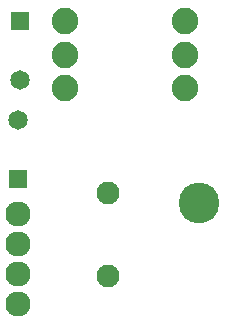
<source format=gbs>
G04 #@! TF.FileFunction,Soldermask,Bot*
%FSLAX46Y46*%
G04 Gerber Fmt 4.6, Leading zero omitted, Abs format (unit mm)*
G04 Created by KiCad (PCBNEW 4.0.2-stable) date 6/3/2016 7:26:30 PM*
%MOMM*%
G01*
G04 APERTURE LIST*
%ADD10C,0.150000*%
%ADD11C,2.248980*%
%ADD12C,1.950000*%
%ADD13C,2.129600*%
%ADD14C,3.450000*%
%ADD15R,1.650000X1.650000*%
%ADD16C,1.650000*%
G04 APERTURE END LIST*
D10*
D11*
X6910000Y27830000D03*
X17070000Y27830000D03*
D12*
X10590000Y6275000D03*
X10590000Y13275000D03*
D13*
X2960000Y8995000D03*
X2960000Y6455000D03*
X2960000Y3915000D03*
X2960000Y11535000D03*
D11*
X17080000Y24980000D03*
X6920000Y24980000D03*
X17090000Y22150000D03*
X6930000Y22150000D03*
D14*
X18320000Y12465000D03*
D15*
X2960000Y14460000D03*
D16*
X2960000Y19460000D03*
D15*
X3120000Y27830000D03*
D16*
X3120000Y22830000D03*
M02*

</source>
